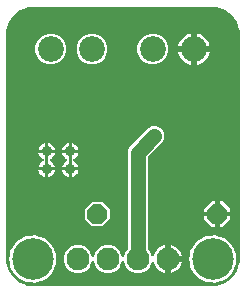
<source format=gbr>
G04 EAGLE Gerber RS-274X export*
G75*
%MOMM*%
%FSLAX34Y34*%
%LPD*%
%INBottom Copper*%
%IPPOS*%
%AMOC8*
5,1,8,0,0,1.08239X$1,22.5*%
G01*
%ADD10C,0.908000*%
%ADD11P,1.814519X8X202.500000*%
%ADD12C,2.184400*%
%ADD13C,3.516000*%
%ADD14C,1.930400*%
%ADD15C,0.906400*%
%ADD16C,1.270000*%
%ADD17C,1.006400*%

G36*
X177822Y2543D02*
X177822Y2543D01*
X177900Y2545D01*
X181277Y2810D01*
X181345Y2824D01*
X181414Y2829D01*
X181570Y2869D01*
X187994Y4956D01*
X188101Y5006D01*
X188212Y5050D01*
X188263Y5083D01*
X188282Y5091D01*
X188297Y5104D01*
X188348Y5136D01*
X193812Y9107D01*
X193899Y9188D01*
X193946Y9227D01*
X193952Y9231D01*
X193953Y9233D01*
X193991Y9264D01*
X194029Y9310D01*
X194044Y9324D01*
X194055Y9341D01*
X194093Y9387D01*
X195786Y11717D01*
X195799Y11741D01*
X195816Y11761D01*
X195875Y11880D01*
X195939Y11996D01*
X195946Y12022D01*
X195958Y12046D01*
X195985Y12174D01*
X195999Y12185D01*
X196023Y12196D01*
X196125Y12280D01*
X196231Y12361D01*
X196248Y12382D01*
X196268Y12399D01*
X196371Y12523D01*
X198064Y14852D01*
X198121Y14956D01*
X198185Y15056D01*
X198207Y15113D01*
X198217Y15131D01*
X198222Y15151D01*
X198244Y15206D01*
X200331Y21630D01*
X200344Y21698D01*
X200367Y21764D01*
X200390Y21923D01*
X200655Y25300D01*
X200655Y25304D01*
X200656Y25307D01*
X200655Y25326D01*
X200659Y25400D01*
X200659Y215900D01*
X200657Y215922D01*
X200655Y216000D01*
X200390Y219377D01*
X200376Y219445D01*
X200371Y219514D01*
X200331Y219670D01*
X198244Y226094D01*
X198194Y226201D01*
X198150Y226312D01*
X198117Y226363D01*
X198109Y226382D01*
X198096Y226397D01*
X198064Y226448D01*
X194093Y231912D01*
X194012Y231999D01*
X193936Y232091D01*
X193890Y232129D01*
X193876Y232144D01*
X193858Y232155D01*
X193812Y232193D01*
X188348Y236164D01*
X188244Y236221D01*
X188144Y236285D01*
X188087Y236307D01*
X188069Y236317D01*
X188049Y236322D01*
X187994Y236344D01*
X181570Y238431D01*
X181502Y238444D01*
X181436Y238467D01*
X181277Y238490D01*
X177900Y238755D01*
X177878Y238754D01*
X177800Y238759D01*
X25400Y238759D01*
X25378Y238757D01*
X25300Y238755D01*
X21923Y238490D01*
X21855Y238476D01*
X21786Y238471D01*
X21630Y238431D01*
X15206Y236344D01*
X15099Y236294D01*
X14988Y236250D01*
X14937Y236217D01*
X14918Y236209D01*
X14903Y236196D01*
X14852Y236164D01*
X9388Y232193D01*
X9301Y232112D01*
X9209Y232036D01*
X9171Y231990D01*
X9156Y231976D01*
X9145Y231958D01*
X9107Y231912D01*
X5136Y226448D01*
X5079Y226344D01*
X5015Y226244D01*
X4993Y226187D01*
X4983Y226169D01*
X4978Y226149D01*
X4956Y226094D01*
X2869Y219670D01*
X2856Y219602D01*
X2833Y219536D01*
X2810Y219377D01*
X2545Y216000D01*
X2546Y215978D01*
X2541Y215900D01*
X2541Y25400D01*
X2543Y25378D01*
X2545Y25300D01*
X2810Y21923D01*
X2824Y21855D01*
X2829Y21786D01*
X2869Y21630D01*
X4956Y15206D01*
X5006Y15099D01*
X5050Y14988D01*
X5083Y14937D01*
X5091Y14918D01*
X5104Y14903D01*
X5136Y14852D01*
X9107Y9388D01*
X9127Y9366D01*
X9138Y9348D01*
X9184Y9305D01*
X9188Y9301D01*
X9264Y9209D01*
X9310Y9171D01*
X9324Y9156D01*
X9342Y9145D01*
X9388Y9107D01*
X14596Y5322D01*
X14852Y5136D01*
X14956Y5079D01*
X15056Y5015D01*
X15113Y4993D01*
X15131Y4983D01*
X15151Y4978D01*
X15206Y4956D01*
X17945Y4066D01*
X17971Y4061D01*
X17996Y4051D01*
X18127Y4031D01*
X18257Y4007D01*
X18284Y4008D01*
X18310Y4004D01*
X18441Y4018D01*
X18455Y4008D01*
X18474Y3989D01*
X18586Y3917D01*
X18694Y3842D01*
X18719Y3832D01*
X18742Y3818D01*
X18892Y3759D01*
X21630Y2869D01*
X21698Y2856D01*
X21764Y2833D01*
X21923Y2810D01*
X25300Y2545D01*
X25322Y2546D01*
X25400Y2541D01*
X177800Y2541D01*
X177822Y2543D01*
G37*
%LPC*%
G36*
X136845Y13507D02*
X136845Y13507D01*
X135020Y14101D01*
X133310Y14972D01*
X131757Y16100D01*
X130400Y17457D01*
X129272Y19010D01*
X128401Y20720D01*
X127973Y22036D01*
X127960Y22063D01*
X127953Y22092D01*
X127892Y22207D01*
X127837Y22324D01*
X127818Y22347D01*
X127804Y22374D01*
X127717Y22470D01*
X127635Y22569D01*
X127610Y22587D01*
X127590Y22609D01*
X127482Y22680D01*
X127377Y22756D01*
X127350Y22767D01*
X127325Y22784D01*
X127202Y22826D01*
X127082Y22873D01*
X127052Y22877D01*
X127024Y22887D01*
X126895Y22897D01*
X126766Y22913D01*
X126737Y22910D01*
X126707Y22912D01*
X126579Y22890D01*
X126451Y22874D01*
X126423Y22863D01*
X126394Y22858D01*
X126275Y22805D01*
X126155Y22757D01*
X126131Y22739D01*
X126104Y22727D01*
X126002Y22646D01*
X125898Y22570D01*
X125879Y22547D01*
X125855Y22529D01*
X125777Y22425D01*
X125695Y22325D01*
X125682Y22298D01*
X125664Y22274D01*
X125593Y22130D01*
X124206Y18781D01*
X120919Y15494D01*
X116624Y13715D01*
X111976Y13715D01*
X107681Y15494D01*
X104394Y18781D01*
X102773Y22696D01*
X102704Y22816D01*
X102639Y22940D01*
X102625Y22954D01*
X102615Y22972D01*
X102518Y23072D01*
X102425Y23175D01*
X102408Y23186D01*
X102394Y23201D01*
X102276Y23273D01*
X102159Y23350D01*
X102140Y23356D01*
X102123Y23367D01*
X101990Y23408D01*
X101858Y23453D01*
X101838Y23454D01*
X101819Y23460D01*
X101680Y23467D01*
X101541Y23478D01*
X101521Y23475D01*
X101501Y23476D01*
X101365Y23447D01*
X101228Y23424D01*
X101210Y23415D01*
X101190Y23411D01*
X101064Y23350D01*
X100938Y23293D01*
X100922Y23280D01*
X100904Y23272D01*
X100798Y23181D01*
X100690Y23094D01*
X100677Y23078D01*
X100662Y23065D01*
X100582Y22951D01*
X100498Y22840D01*
X100486Y22815D01*
X100479Y22805D01*
X100472Y22786D01*
X100427Y22696D01*
X98806Y18781D01*
X95519Y15494D01*
X91224Y13715D01*
X86576Y13715D01*
X82281Y15494D01*
X78994Y18781D01*
X77373Y22696D01*
X77304Y22816D01*
X77239Y22940D01*
X77225Y22954D01*
X77215Y22972D01*
X77118Y23072D01*
X77025Y23175D01*
X77008Y23186D01*
X76994Y23201D01*
X76876Y23273D01*
X76759Y23350D01*
X76740Y23356D01*
X76723Y23367D01*
X76590Y23408D01*
X76458Y23453D01*
X76438Y23454D01*
X76419Y23460D01*
X76280Y23467D01*
X76141Y23478D01*
X76121Y23475D01*
X76101Y23476D01*
X75965Y23447D01*
X75828Y23424D01*
X75810Y23415D01*
X75790Y23411D01*
X75664Y23350D01*
X75538Y23293D01*
X75522Y23280D01*
X75504Y23272D01*
X75398Y23181D01*
X75290Y23094D01*
X75277Y23078D01*
X75262Y23065D01*
X75182Y22951D01*
X75098Y22840D01*
X75086Y22815D01*
X75079Y22805D01*
X75072Y22786D01*
X75027Y22696D01*
X73406Y18781D01*
X70119Y15494D01*
X65824Y13715D01*
X61176Y13715D01*
X56881Y15494D01*
X53594Y18781D01*
X51815Y23076D01*
X51815Y27724D01*
X53594Y32019D01*
X56881Y35306D01*
X61176Y37085D01*
X65824Y37085D01*
X70119Y35306D01*
X73406Y32019D01*
X75027Y28104D01*
X75096Y27983D01*
X75161Y27860D01*
X75175Y27845D01*
X75185Y27828D01*
X75282Y27728D01*
X75375Y27625D01*
X75392Y27614D01*
X75406Y27599D01*
X75525Y27527D01*
X75641Y27450D01*
X75660Y27444D01*
X75677Y27433D01*
X75810Y27392D01*
X75942Y27347D01*
X75962Y27346D01*
X75981Y27340D01*
X76120Y27333D01*
X76259Y27322D01*
X76279Y27325D01*
X76299Y27324D01*
X76435Y27353D01*
X76572Y27376D01*
X76591Y27385D01*
X76610Y27389D01*
X76736Y27450D01*
X76862Y27507D01*
X76878Y27520D01*
X76896Y27528D01*
X77002Y27619D01*
X77110Y27706D01*
X77123Y27722D01*
X77138Y27735D01*
X77218Y27849D01*
X77302Y27960D01*
X77314Y27985D01*
X77321Y27995D01*
X77328Y28014D01*
X77373Y28104D01*
X78994Y32019D01*
X82281Y35306D01*
X86576Y37085D01*
X91224Y37085D01*
X95519Y35306D01*
X98806Y32019D01*
X100427Y28104D01*
X100496Y27983D01*
X100561Y27860D01*
X100575Y27845D01*
X100585Y27828D01*
X100682Y27728D01*
X100775Y27625D01*
X100792Y27614D01*
X100806Y27599D01*
X100925Y27527D01*
X101041Y27450D01*
X101060Y27444D01*
X101077Y27433D01*
X101210Y27392D01*
X101342Y27347D01*
X101362Y27346D01*
X101381Y27340D01*
X101520Y27333D01*
X101659Y27322D01*
X101679Y27325D01*
X101699Y27324D01*
X101835Y27353D01*
X101972Y27376D01*
X101991Y27385D01*
X102010Y27389D01*
X102136Y27450D01*
X102262Y27507D01*
X102278Y27520D01*
X102296Y27528D01*
X102402Y27619D01*
X102510Y27706D01*
X102523Y27722D01*
X102538Y27735D01*
X102618Y27849D01*
X102702Y27960D01*
X102714Y27985D01*
X102721Y27995D01*
X102728Y28014D01*
X102773Y28104D01*
X104394Y32019D01*
X105546Y33170D01*
X105606Y33248D01*
X105674Y33321D01*
X105703Y33374D01*
X105740Y33421D01*
X105780Y33512D01*
X105828Y33599D01*
X105843Y33658D01*
X105867Y33713D01*
X105882Y33811D01*
X105907Y33907D01*
X105913Y34007D01*
X105917Y34027D01*
X105915Y34040D01*
X105917Y34068D01*
X105917Y117237D01*
X107193Y120318D01*
X123522Y136647D01*
X126603Y137923D01*
X129937Y137923D01*
X133018Y136647D01*
X135377Y134288D01*
X136653Y131207D01*
X136653Y127873D01*
X135377Y124792D01*
X123054Y112470D01*
X122994Y112391D01*
X122926Y112319D01*
X122897Y112266D01*
X122860Y112218D01*
X122820Y112127D01*
X122772Y112041D01*
X122757Y111982D01*
X122733Y111926D01*
X122718Y111828D01*
X122693Y111733D01*
X122687Y111633D01*
X122683Y111612D01*
X122685Y111600D01*
X122683Y111572D01*
X122683Y34068D01*
X122695Y33970D01*
X122698Y33870D01*
X122715Y33812D01*
X122723Y33752D01*
X122759Y33660D01*
X122787Y33565D01*
X122817Y33513D01*
X122840Y33456D01*
X122898Y33376D01*
X122948Y33291D01*
X123014Y33216D01*
X123026Y33199D01*
X123036Y33191D01*
X123054Y33170D01*
X124206Y32019D01*
X125593Y28670D01*
X125599Y28659D01*
X125600Y28656D01*
X125608Y28644D01*
X125617Y28616D01*
X125686Y28506D01*
X125750Y28394D01*
X125771Y28372D01*
X125787Y28347D01*
X125882Y28258D01*
X125972Y28165D01*
X125997Y28150D01*
X126019Y28129D01*
X126133Y28067D01*
X126243Y27999D01*
X126271Y27990D01*
X126298Y27976D01*
X126423Y27944D01*
X126547Y27906D01*
X126577Y27904D01*
X126606Y27897D01*
X126735Y27897D01*
X126864Y27890D01*
X126894Y27896D01*
X126924Y27896D01*
X127049Y27929D01*
X127176Y27955D01*
X127203Y27968D01*
X127232Y27975D01*
X127345Y28037D01*
X127462Y28094D01*
X127484Y28114D01*
X127511Y28128D01*
X127605Y28217D01*
X127704Y28301D01*
X127721Y28325D01*
X127743Y28346D01*
X127812Y28455D01*
X127887Y28561D01*
X127897Y28589D01*
X127913Y28614D01*
X127973Y28764D01*
X128401Y30080D01*
X129272Y31790D01*
X130400Y33343D01*
X131757Y34700D01*
X133310Y35828D01*
X135020Y36699D01*
X136845Y37293D01*
X137201Y37349D01*
X137201Y26630D01*
X137216Y26512D01*
X137223Y26393D01*
X137235Y26355D01*
X137241Y26315D01*
X137284Y26204D01*
X137321Y26091D01*
X137343Y26057D01*
X137358Y26019D01*
X137427Y25923D01*
X137491Y25822D01*
X137521Y25794D01*
X137544Y25762D01*
X137636Y25686D01*
X137723Y25604D01*
X137758Y25585D01*
X137789Y25559D01*
X137897Y25508D01*
X138001Y25451D01*
X138041Y25441D01*
X138077Y25423D01*
X138184Y25403D01*
X138154Y25399D01*
X138044Y25355D01*
X137931Y25319D01*
X137896Y25297D01*
X137859Y25282D01*
X137762Y25212D01*
X137662Y25149D01*
X137634Y25119D01*
X137601Y25095D01*
X137525Y25004D01*
X137444Y24917D01*
X137424Y24882D01*
X137399Y24850D01*
X137348Y24743D01*
X137290Y24638D01*
X137280Y24599D01*
X137263Y24563D01*
X137241Y24446D01*
X137211Y24330D01*
X137207Y24270D01*
X137203Y24250D01*
X137205Y24230D01*
X137201Y24170D01*
X137201Y13451D01*
X136845Y13507D01*
G37*
%LPD*%
%LPC*%
G36*
X23676Y5780D02*
X23676Y5780D01*
X23658Y5780D01*
X23543Y5787D01*
X21499Y5787D01*
X20951Y6014D01*
X20853Y6041D01*
X20757Y6077D01*
X20665Y6092D01*
X20644Y6098D01*
X20631Y6098D01*
X20598Y6104D01*
X19416Y6228D01*
X19390Y6227D01*
X19364Y6232D01*
X19231Y6224D01*
X19173Y6223D01*
X19147Y6250D01*
X19125Y6265D01*
X19106Y6283D01*
X18972Y6372D01*
X16215Y7964D01*
X16213Y7965D01*
X16210Y7967D01*
X16066Y8038D01*
X14290Y8773D01*
X13693Y9370D01*
X13626Y9422D01*
X13565Y9483D01*
X13451Y9558D01*
X13442Y9565D01*
X13438Y9567D01*
X13431Y9572D01*
X11929Y10439D01*
X10139Y12903D01*
X10126Y12917D01*
X10116Y12933D01*
X10009Y13054D01*
X8773Y14290D01*
X8357Y15296D01*
X8322Y15356D01*
X8297Y15420D01*
X8211Y15556D01*
X7008Y17211D01*
X6447Y19849D01*
X6436Y19883D01*
X6431Y19919D01*
X6379Y20071D01*
X5787Y21499D01*
X5787Y22822D01*
X5781Y22874D01*
X5783Y22926D01*
X5760Y23086D01*
X5268Y25400D01*
X5760Y27714D01*
X5764Y27767D01*
X5777Y27817D01*
X5787Y27978D01*
X5787Y29301D01*
X6379Y30729D01*
X6388Y30763D01*
X6404Y30795D01*
X6447Y30951D01*
X7008Y33589D01*
X8211Y35244D01*
X8244Y35305D01*
X8286Y35360D01*
X8357Y35504D01*
X8773Y36510D01*
X10009Y37746D01*
X10021Y37761D01*
X10036Y37773D01*
X10139Y37897D01*
X11929Y40361D01*
X13431Y41228D01*
X13499Y41280D01*
X13573Y41324D01*
X13675Y41414D01*
X13684Y41421D01*
X13687Y41424D01*
X13693Y41430D01*
X14290Y42027D01*
X16066Y42762D01*
X16068Y42764D01*
X16071Y42764D01*
X16215Y42836D01*
X19179Y44547D01*
X20598Y44696D01*
X20697Y44720D01*
X20799Y44734D01*
X20887Y44764D01*
X20908Y44769D01*
X20920Y44775D01*
X20951Y44786D01*
X21499Y45013D01*
X23543Y45013D01*
X23560Y45015D01*
X23676Y45020D01*
X27504Y45422D01*
X28573Y45075D01*
X28690Y45053D01*
X28805Y45023D01*
X28865Y45019D01*
X28885Y45015D01*
X28906Y45017D01*
X28965Y45013D01*
X29301Y45013D01*
X31209Y44223D01*
X31230Y44217D01*
X31303Y44188D01*
X35466Y42835D01*
X36078Y42285D01*
X36189Y42207D01*
X36297Y42126D01*
X36327Y42111D01*
X36339Y42103D01*
X36359Y42096D01*
X36441Y42055D01*
X36510Y42027D01*
X37805Y40732D01*
X37819Y40721D01*
X37853Y40686D01*
X41687Y37233D01*
X41900Y36756D01*
X41978Y36627D01*
X41979Y36626D01*
X42250Y35971D01*
X42255Y35963D01*
X42263Y35941D01*
X45092Y29586D01*
X45092Y21214D01*
X42263Y14859D01*
X42260Y14849D01*
X42250Y14829D01*
X41994Y14211D01*
X41975Y14187D01*
X41970Y14178D01*
X41967Y14174D01*
X41963Y14164D01*
X41900Y14044D01*
X41687Y13567D01*
X37853Y10114D01*
X37841Y10100D01*
X37805Y10068D01*
X36510Y8773D01*
X36441Y8745D01*
X36324Y8678D01*
X36204Y8615D01*
X36177Y8594D01*
X36165Y8587D01*
X36149Y8572D01*
X36078Y8515D01*
X35466Y7965D01*
X31302Y6612D01*
X31283Y6603D01*
X31209Y6577D01*
X29301Y5787D01*
X28965Y5787D01*
X28847Y5772D01*
X28729Y5765D01*
X28670Y5750D01*
X28650Y5747D01*
X28631Y5740D01*
X28573Y5725D01*
X27504Y5378D01*
X23676Y5780D01*
G37*
%LPD*%
%LPC*%
G36*
X176076Y5780D02*
X176076Y5780D01*
X176058Y5780D01*
X175943Y5787D01*
X173899Y5787D01*
X173351Y6014D01*
X173253Y6041D01*
X173157Y6077D01*
X173065Y6092D01*
X173044Y6098D01*
X173031Y6098D01*
X172998Y6104D01*
X171579Y6253D01*
X168615Y7964D01*
X168612Y7965D01*
X168610Y7967D01*
X168466Y8038D01*
X166690Y8773D01*
X166093Y9370D01*
X166026Y9422D01*
X165965Y9483D01*
X165851Y9558D01*
X165842Y9565D01*
X165838Y9567D01*
X165831Y9572D01*
X164329Y10439D01*
X162539Y12903D01*
X162526Y12917D01*
X162516Y12933D01*
X162409Y13054D01*
X161173Y14290D01*
X160757Y15296D01*
X160722Y15356D01*
X160697Y15420D01*
X160611Y15556D01*
X159408Y17211D01*
X158847Y19850D01*
X158836Y19883D01*
X158831Y19919D01*
X158779Y20071D01*
X158187Y21499D01*
X158187Y22822D01*
X158181Y22874D01*
X158183Y22926D01*
X158160Y23086D01*
X157668Y25400D01*
X158160Y27714D01*
X158164Y27767D01*
X158177Y27818D01*
X158187Y27978D01*
X158187Y29301D01*
X158779Y30729D01*
X158788Y30763D01*
X158804Y30795D01*
X158847Y30950D01*
X159408Y33589D01*
X160611Y35244D01*
X160644Y35305D01*
X160686Y35360D01*
X160757Y35504D01*
X161173Y36510D01*
X162409Y37746D01*
X162421Y37761D01*
X162436Y37773D01*
X162539Y37897D01*
X164329Y40361D01*
X165831Y41228D01*
X165899Y41280D01*
X165973Y41324D01*
X166075Y41414D01*
X166084Y41421D01*
X166087Y41424D01*
X166093Y41430D01*
X166690Y42027D01*
X168466Y42762D01*
X168468Y42764D01*
X168470Y42764D01*
X168615Y42836D01*
X171579Y44547D01*
X172998Y44696D01*
X173098Y44720D01*
X173199Y44734D01*
X173287Y44764D01*
X173308Y44769D01*
X173320Y44775D01*
X173351Y44786D01*
X173899Y45013D01*
X175943Y45013D01*
X175960Y45015D01*
X176076Y45020D01*
X179904Y45422D01*
X180973Y45075D01*
X181090Y45053D01*
X181205Y45023D01*
X181265Y45019D01*
X181285Y45015D01*
X181306Y45017D01*
X181365Y45013D01*
X181701Y45013D01*
X183609Y44223D01*
X183630Y44217D01*
X183702Y44188D01*
X187866Y42835D01*
X188478Y42285D01*
X188588Y42208D01*
X188697Y42126D01*
X188727Y42111D01*
X188739Y42103D01*
X188759Y42096D01*
X188841Y42055D01*
X188910Y42027D01*
X190205Y40732D01*
X190219Y40721D01*
X190253Y40686D01*
X194087Y37234D01*
X194300Y36756D01*
X194379Y36626D01*
X194650Y35972D01*
X194655Y35963D01*
X194663Y35941D01*
X197492Y29586D01*
X197492Y21214D01*
X194663Y14859D01*
X194660Y14849D01*
X194650Y14828D01*
X194394Y14211D01*
X194375Y14187D01*
X194371Y14179D01*
X194368Y14175D01*
X194363Y14164D01*
X194300Y14045D01*
X194185Y13785D01*
X194177Y13759D01*
X194164Y13736D01*
X194131Y13607D01*
X194114Y13552D01*
X194080Y13536D01*
X194060Y13519D01*
X194036Y13507D01*
X193910Y13407D01*
X190253Y10114D01*
X190241Y10100D01*
X190204Y10068D01*
X188910Y8773D01*
X188841Y8745D01*
X188724Y8678D01*
X188604Y8615D01*
X188577Y8594D01*
X188565Y8587D01*
X188549Y8572D01*
X188478Y8515D01*
X187866Y7965D01*
X183702Y6612D01*
X183683Y6603D01*
X183609Y6577D01*
X181701Y5787D01*
X181365Y5787D01*
X181248Y5772D01*
X181129Y5765D01*
X181070Y5750D01*
X181050Y5747D01*
X181031Y5740D01*
X180973Y5725D01*
X179904Y5378D01*
X176076Y5780D01*
G37*
%LPD*%
%LPC*%
G36*
X124203Y190245D02*
X124203Y190245D01*
X119442Y192217D01*
X115797Y195862D01*
X113825Y200623D01*
X113825Y205777D01*
X115797Y210538D01*
X119442Y214183D01*
X124203Y216155D01*
X129357Y216155D01*
X134118Y214183D01*
X137763Y210538D01*
X139735Y205777D01*
X139735Y200623D01*
X137763Y195862D01*
X134118Y192217D01*
X129357Y190245D01*
X124203Y190245D01*
G37*
%LPD*%
%LPC*%
G36*
X72843Y190245D02*
X72843Y190245D01*
X68082Y192217D01*
X64437Y195862D01*
X62465Y200623D01*
X62465Y205777D01*
X64437Y210538D01*
X68082Y214183D01*
X72843Y216155D01*
X77997Y216155D01*
X82758Y214183D01*
X86403Y210538D01*
X88375Y205777D01*
X88375Y200623D01*
X86403Y195862D01*
X82758Y192217D01*
X77997Y190245D01*
X72843Y190245D01*
G37*
%LPD*%
%LPC*%
G36*
X37843Y190245D02*
X37843Y190245D01*
X33082Y192217D01*
X29437Y195862D01*
X27465Y200623D01*
X27465Y205777D01*
X29437Y210538D01*
X33082Y214183D01*
X37843Y216155D01*
X42997Y216155D01*
X47758Y214183D01*
X51403Y210538D01*
X53375Y205777D01*
X53375Y200623D01*
X51403Y195862D01*
X47758Y192217D01*
X42997Y190245D01*
X37843Y190245D01*
G37*
%LPD*%
%LPC*%
G36*
X75696Y53085D02*
X75696Y53085D01*
X69595Y59186D01*
X69595Y67814D01*
X75696Y73915D01*
X84324Y73915D01*
X90425Y67814D01*
X90425Y59186D01*
X84324Y53085D01*
X75696Y53085D01*
G37*
%LPD*%
%LPC*%
G36*
X164279Y205699D02*
X164279Y205699D01*
X164279Y216435D01*
X164933Y216331D01*
X166948Y215676D01*
X168836Y214714D01*
X170550Y213469D01*
X172049Y211970D01*
X173294Y210256D01*
X174256Y208368D01*
X174911Y206353D01*
X175015Y205699D01*
X164279Y205699D01*
G37*
%LPD*%
%LPC*%
G36*
X148545Y205699D02*
X148545Y205699D01*
X148649Y206353D01*
X149304Y208368D01*
X150266Y210256D01*
X151511Y211970D01*
X153010Y213469D01*
X154724Y214714D01*
X156612Y215676D01*
X158627Y216331D01*
X159281Y216435D01*
X159281Y205699D01*
X148545Y205699D01*
G37*
%LPD*%
%LPC*%
G36*
X164279Y200701D02*
X164279Y200701D01*
X175015Y200701D01*
X174911Y200047D01*
X174256Y198032D01*
X173294Y196144D01*
X172049Y194430D01*
X170550Y192931D01*
X168836Y191686D01*
X166948Y190724D01*
X164933Y190069D01*
X164279Y189965D01*
X164279Y200701D01*
G37*
%LPD*%
%LPC*%
G36*
X158627Y190069D02*
X158627Y190069D01*
X156612Y190724D01*
X154724Y191686D01*
X153010Y192931D01*
X151511Y194430D01*
X150266Y196144D01*
X149304Y198032D01*
X148649Y200047D01*
X148545Y200701D01*
X159281Y200701D01*
X159281Y189965D01*
X158627Y190069D01*
G37*
%LPD*%
%LPC*%
G36*
X142199Y27899D02*
X142199Y27899D01*
X142199Y37349D01*
X142555Y37293D01*
X144380Y36699D01*
X146090Y35828D01*
X147643Y34700D01*
X149000Y33343D01*
X150128Y31790D01*
X150999Y30080D01*
X151593Y28255D01*
X151649Y27899D01*
X142199Y27899D01*
G37*
%LPD*%
%LPC*%
G36*
X142199Y22901D02*
X142199Y22901D01*
X151649Y22901D01*
X151593Y22545D01*
X150999Y20720D01*
X150128Y19010D01*
X149000Y17457D01*
X147643Y16100D01*
X146090Y14972D01*
X144380Y14101D01*
X142555Y13507D01*
X142199Y13451D01*
X142199Y22901D01*
G37*
%LPD*%
%LPC*%
G36*
X183641Y65531D02*
X183641Y65531D01*
X183641Y74423D01*
X186134Y74423D01*
X192533Y68024D01*
X192533Y65531D01*
X183641Y65531D01*
G37*
%LPD*%
%LPC*%
G36*
X170687Y65531D02*
X170687Y65531D01*
X170687Y68024D01*
X177086Y74423D01*
X179579Y74423D01*
X179579Y65531D01*
X170687Y65531D01*
G37*
%LPD*%
%LPC*%
G36*
X183641Y52577D02*
X183641Y52577D01*
X183641Y61469D01*
X192533Y61469D01*
X192533Y58976D01*
X186134Y52577D01*
X183641Y52577D01*
G37*
%LPD*%
%LPC*%
G36*
X177086Y52577D02*
X177086Y52577D01*
X170687Y58976D01*
X170687Y61469D01*
X179579Y61469D01*
X179579Y52577D01*
X177086Y52577D01*
G37*
%LPD*%
%LPC*%
G36*
X38259Y102989D02*
X38259Y102989D01*
X38259Y115451D01*
X43957Y115451D01*
X43799Y114655D01*
X43265Y113366D01*
X42490Y112206D01*
X41504Y111220D01*
X40344Y110445D01*
X40217Y110393D01*
X40097Y110324D01*
X39974Y110259D01*
X39959Y110245D01*
X39941Y110235D01*
X39841Y110138D01*
X39738Y110045D01*
X39727Y110028D01*
X39713Y110014D01*
X39640Y109896D01*
X39563Y109779D01*
X39557Y109760D01*
X39546Y109743D01*
X39506Y109610D01*
X39460Y109478D01*
X39459Y109458D01*
X39453Y109439D01*
X39446Y109300D01*
X39435Y109161D01*
X39439Y109141D01*
X39438Y109121D01*
X39466Y108985D01*
X39489Y108848D01*
X39498Y108830D01*
X39502Y108810D01*
X39563Y108685D01*
X39620Y108558D01*
X39633Y108542D01*
X39642Y108524D01*
X39732Y108418D01*
X39819Y108310D01*
X39835Y108297D01*
X39848Y108282D01*
X39962Y108202D01*
X40073Y108118D01*
X40098Y108106D01*
X40108Y108099D01*
X40127Y108092D01*
X40217Y108047D01*
X40344Y107995D01*
X41504Y107220D01*
X42490Y106234D01*
X43265Y105074D01*
X43799Y103785D01*
X43957Y102989D01*
X38259Y102989D01*
G37*
%LPD*%
%LPC*%
G36*
X58259Y102989D02*
X58259Y102989D01*
X58259Y115451D01*
X63957Y115451D01*
X63799Y114655D01*
X63265Y113366D01*
X62490Y112206D01*
X61504Y111220D01*
X60344Y110445D01*
X60217Y110393D01*
X60096Y110324D01*
X59973Y110259D01*
X59959Y110245D01*
X59941Y110235D01*
X59841Y110138D01*
X59738Y110045D01*
X59727Y110028D01*
X59713Y110014D01*
X59640Y109895D01*
X59563Y109779D01*
X59557Y109760D01*
X59546Y109743D01*
X59505Y109610D01*
X59460Y109478D01*
X59459Y109458D01*
X59453Y109439D01*
X59446Y109300D01*
X59435Y109161D01*
X59439Y109141D01*
X59438Y109121D01*
X59466Y108985D01*
X59489Y108848D01*
X59498Y108829D01*
X59502Y108810D01*
X59563Y108684D01*
X59620Y108558D01*
X59633Y108542D01*
X59642Y108524D01*
X59732Y108418D01*
X59819Y108309D01*
X59835Y108297D01*
X59848Y108282D01*
X59961Y108202D01*
X60073Y108118D01*
X60098Y108106D01*
X60108Y108099D01*
X60127Y108092D01*
X60217Y108047D01*
X60344Y107995D01*
X61504Y107220D01*
X62490Y106234D01*
X63265Y105074D01*
X63799Y103785D01*
X63957Y102989D01*
X58259Y102989D01*
G37*
%LPD*%
%LPC*%
G36*
X30023Y102989D02*
X30023Y102989D01*
X30181Y103785D01*
X30715Y105074D01*
X31490Y106234D01*
X32476Y107220D01*
X33636Y107995D01*
X33763Y108047D01*
X33883Y108116D01*
X34006Y108181D01*
X34021Y108195D01*
X34039Y108205D01*
X34139Y108302D01*
X34242Y108395D01*
X34253Y108412D01*
X34267Y108426D01*
X34340Y108544D01*
X34417Y108661D01*
X34423Y108680D01*
X34434Y108697D01*
X34474Y108830D01*
X34520Y108962D01*
X34521Y108982D01*
X34527Y109001D01*
X34534Y109140D01*
X34545Y109279D01*
X34541Y109299D01*
X34542Y109319D01*
X34514Y109455D01*
X34491Y109592D01*
X34482Y109610D01*
X34478Y109630D01*
X34417Y109755D01*
X34360Y109882D01*
X34347Y109898D01*
X34338Y109916D01*
X34248Y110022D01*
X34161Y110130D01*
X34145Y110143D01*
X34132Y110158D01*
X34018Y110238D01*
X33907Y110322D01*
X33882Y110334D01*
X33872Y110341D01*
X33853Y110348D01*
X33763Y110393D01*
X33636Y110445D01*
X32476Y111220D01*
X31490Y112206D01*
X30715Y113366D01*
X30181Y114655D01*
X30023Y115451D01*
X35721Y115451D01*
X35721Y102989D01*
X30023Y102989D01*
G37*
%LPD*%
%LPC*%
G36*
X50023Y102989D02*
X50023Y102989D01*
X50181Y103785D01*
X50715Y105074D01*
X51490Y106234D01*
X52476Y107220D01*
X53636Y107995D01*
X53763Y108047D01*
X53883Y108116D01*
X54006Y108181D01*
X54021Y108195D01*
X54039Y108205D01*
X54139Y108302D01*
X54242Y108395D01*
X54253Y108412D01*
X54267Y108426D01*
X54340Y108544D01*
X54417Y108661D01*
X54423Y108680D01*
X54434Y108697D01*
X54474Y108830D01*
X54520Y108962D01*
X54521Y108982D01*
X54527Y109001D01*
X54534Y109140D01*
X54545Y109279D01*
X54541Y109299D01*
X54542Y109319D01*
X54514Y109455D01*
X54491Y109592D01*
X54482Y109610D01*
X54478Y109630D01*
X54417Y109755D01*
X54360Y109882D01*
X54347Y109898D01*
X54338Y109916D01*
X54248Y110022D01*
X54161Y110130D01*
X54145Y110143D01*
X54132Y110158D01*
X54018Y110238D01*
X53907Y110322D01*
X53882Y110334D01*
X53872Y110341D01*
X53853Y110348D01*
X53763Y110393D01*
X53636Y110445D01*
X52476Y111220D01*
X51490Y112206D01*
X50715Y113366D01*
X50181Y114655D01*
X50023Y115451D01*
X55721Y115451D01*
X55721Y102989D01*
X50023Y102989D01*
G37*
%LPD*%
%LPC*%
G36*
X38259Y117989D02*
X38259Y117989D01*
X38259Y123687D01*
X39055Y123529D01*
X40344Y122995D01*
X41504Y122220D01*
X42490Y121234D01*
X43265Y120074D01*
X43799Y118785D01*
X43957Y117989D01*
X38259Y117989D01*
G37*
%LPD*%
%LPC*%
G36*
X58259Y117989D02*
X58259Y117989D01*
X58259Y123687D01*
X59055Y123529D01*
X60344Y122995D01*
X61504Y122220D01*
X62490Y121234D01*
X63265Y120074D01*
X63799Y118785D01*
X63957Y117989D01*
X58259Y117989D01*
G37*
%LPD*%
%LPC*%
G36*
X30023Y117989D02*
X30023Y117989D01*
X30181Y118785D01*
X30715Y120074D01*
X31490Y121234D01*
X32476Y122220D01*
X33636Y122995D01*
X34925Y123529D01*
X35721Y123687D01*
X35721Y117989D01*
X30023Y117989D01*
G37*
%LPD*%
%LPC*%
G36*
X50023Y117989D02*
X50023Y117989D01*
X50181Y118785D01*
X50715Y120074D01*
X51490Y121234D01*
X52476Y122220D01*
X53636Y122995D01*
X54925Y123529D01*
X55721Y123687D01*
X55721Y117989D01*
X50023Y117989D01*
G37*
%LPD*%
%LPC*%
G36*
X58259Y100451D02*
X58259Y100451D01*
X63957Y100451D01*
X63799Y99655D01*
X63265Y98366D01*
X62490Y97206D01*
X61504Y96220D01*
X60344Y95445D01*
X59055Y94911D01*
X58259Y94753D01*
X58259Y100451D01*
G37*
%LPD*%
%LPC*%
G36*
X38259Y100451D02*
X38259Y100451D01*
X43957Y100451D01*
X43799Y99655D01*
X43265Y98366D01*
X42490Y97206D01*
X41504Y96220D01*
X40344Y95445D01*
X39055Y94911D01*
X38259Y94753D01*
X38259Y100451D01*
G37*
%LPD*%
%LPC*%
G36*
X54925Y94911D02*
X54925Y94911D01*
X53636Y95445D01*
X52476Y96220D01*
X51490Y97206D01*
X50715Y98366D01*
X50181Y99655D01*
X50023Y100451D01*
X55721Y100451D01*
X55721Y94753D01*
X54925Y94911D01*
G37*
%LPD*%
%LPC*%
G36*
X34925Y94911D02*
X34925Y94911D01*
X33636Y95445D01*
X32476Y96220D01*
X31490Y97206D01*
X30715Y98366D01*
X30181Y99655D01*
X30023Y100451D01*
X35721Y100451D01*
X35721Y94753D01*
X34925Y94911D01*
G37*
%LPD*%
D10*
X36990Y116720D03*
X36990Y101720D03*
X56990Y101720D03*
X56990Y116720D03*
D11*
X181610Y63500D03*
X80010Y63500D03*
D12*
X40420Y203200D03*
X75420Y203200D03*
X126780Y203200D03*
X161780Y203200D03*
D13*
X25400Y25400D03*
X177800Y25400D03*
D14*
X139700Y25400D03*
X114300Y25400D03*
X88900Y25400D03*
X63500Y25400D03*
D15*
X67310Y107950D03*
X22860Y97790D03*
X26670Y109220D03*
X22860Y119380D03*
X71120Y97790D03*
X72390Y119380D03*
X29210Y60960D03*
X7620Y93980D03*
X39370Y49530D03*
X44450Y163830D03*
X161290Y179070D03*
X189230Y133350D03*
X163830Y132080D03*
X168910Y90170D03*
X153670Y43180D03*
X132080Y88900D03*
X53340Y172720D03*
D16*
X114300Y115570D02*
X114300Y25400D01*
X114300Y115570D02*
X128270Y129540D01*
D17*
X128270Y129540D03*
M02*

</source>
